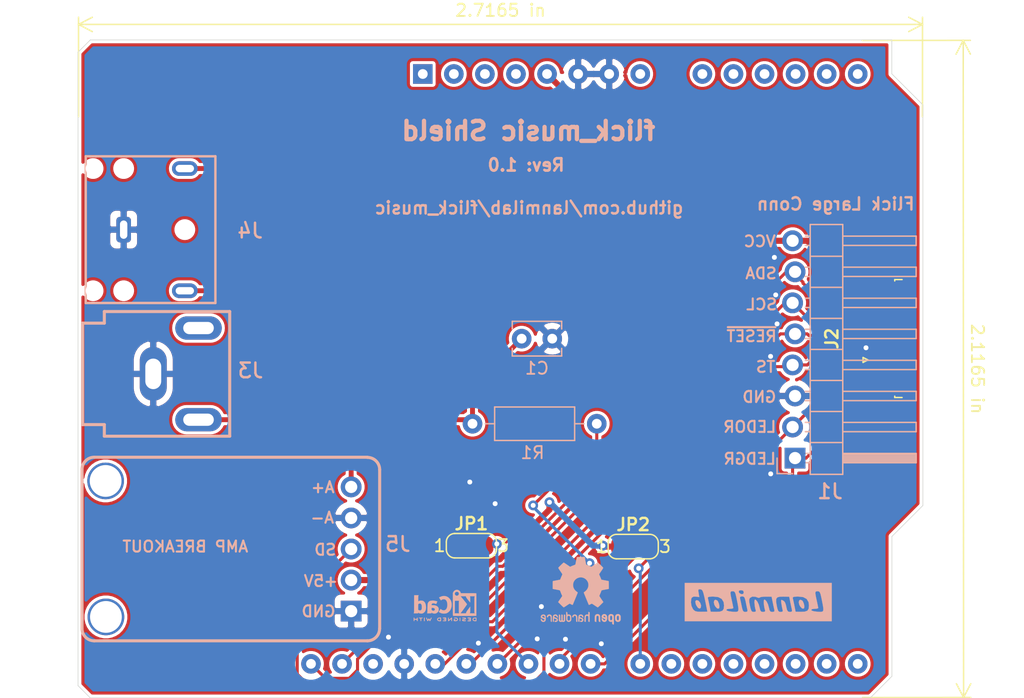
<source format=kicad_pcb>
(kicad_pcb (version 20171130) (host pcbnew "(5.1.5)-3")
  (layers (0 F.Cu signal) (31 B.Cu signal) (34 B.Paste user) (35 F.Paste user) (36 B.SilkS user) (37 F.SilkS user) (38 B.Mask user) (39 F.Mask user) (44 Edge.Cuts user))
  (net 0 "")
  (net 1 "Net-(A1-Pad16)")
  (net 2 "Net-(A1-Pad15)")
  (net 3 "Net-(A1-Pad30)")
  (net 4 "Net-(A1-Pad14)")
  (net 5 GND)
  (net 6 "Net-(A1-Pad13)")
  (net 7 /~RESET)
  (net 8 "Net-(A1-Pad12)")
  (net 9 /TS)
  (net 10 "Net-(A1-Pad11)")
  (net 11 /AO)
  (net 12 "Net-(A1-Pad10)")
  (net 13 /D10)
  (net 14 "Net-(A1-Pad9)")
  (net 15 /LEDGR)
  (net 16 "Net-(A1-Pad8)")
  (net 17 /D7)
  (net 18 "Net-(A1-Pad21)")
  (net 19 +5V)
  (net 20 "Net-(A1-Pad20)")
  (net 21 +3V3)
  (net 22 "Net-(A1-Pad19)")
  (net 23 "Net-(A1-Pad3)")
  (net 24 "Net-(A1-Pad18)")
  (net 25 "Net-(A1-Pad2)")
  (net 26 "Net-(A1-Pad17)")
  (net 27 "Net-(A1-Pad1)")
  (net 28 /SDA)
  (net 29 /SCL)
  (net 30 /OUT)
  (net 31 VCC)
  (net 32 /LEDOR)
  (net 33 /AMPSD)
  (net 34 "Net-(J3-Pad3)")
  (module Footprint:Logo_KiCad (layer B.Cu) (at 89.61 80.59 180)
    (fp_text reference LOGO2 hide)
    (fp_text value KiCad hide)
  )
  (module Symbol:OSHW-Logo2_7.3x6mm_SilkScreen (layer B.Cu) (at 100.66 79.37 180)
    (fp_text reference LOGO3 hide)
    (fp_text value Logo_Open_Hardware_Small hide)
  )
  (module Footprint:LanmiLab (layer B.Cu) (at 115.17 80.26 180)
    (fp_text reference LOGO1 hide)
    (fp_text value LanmiLab hide)
  )
  (module Footprint:FC68131CLIFF (layer B.Cu) (at 63.29 49.83)
    (fp_text reference J4 (at 10.34 0.09 180) (layer B.SilkS) (effects (font (size 1.2 1.2) (thickness 0.2)) (justify mirror)))
    (fp_text value AudioJack3 hide)
    (pad "" np_thru_hole circle (at -2.5 -5 180) (size 1.2 1.2) (drill 1.2) (layers *.Cu *.Mask))
    (pad "" np_thru_hole circle (at -2.5 5 180) (size 1.2 1.2) (drill 1.2) (layers *.Cu *.Mask))
    (pad "" np_thru_hole circle (at 0 -5 180) (size 1.2 1.2) (drill 1.2) (layers *.Cu *.Mask))
    (pad "" np_thru_hole circle (at 0 5 180) (size 1.2 1.2) (drill 1.2) (layers *.Cu *.Mask))
    (pad S thru_hole roundrect (at 0 0 90) (size 2.1 1.2) (drill oval 1.5 0.6) (layers *.Cu *.Mask) (net 5 GND))
    (pad T thru_hole oval (at 5 -5 180) (size 2.1 1.2) (drill oval 1.5 0.6) (layers *.Cu *.Mask) (net 30 /OUT))
    (pad R thru_hole oval (at 5 5 180) (size 2.1 1.2) (drill oval 1.5 0.6) (layers *.Cu *.Mask) (net 30 /OUT))
    (pad "" np_thru_hole circle (at 5 0 180) (size 1.2 1.2) (drill 1.2) (layers *.Cu *.Mask))
  )
  (module Module:Arduino_UNO_R3 (layer F.Cu) (at 87.745001 37.095001)
    (fp_text reference A1 hide)
    (fp_text value Arduino_UNO_R3)
    (pad 16 thru_hole oval (at 33.02 48.26 90) (size 1.6 1.6) (drill 0.8) (layers *.Cu *.Mask) (net 1 "Net-(A1-Pad16)"))
    (pad 15 thru_hole oval (at 35.56 48.26 90) (size 1.6 1.6) (drill 0.8) (layers *.Cu *.Mask) (net 2 "Net-(A1-Pad15)"))
    (pad 30 thru_hole oval (at -4.06 48.26 90) (size 1.6 1.6) (drill 0.8) (layers *.Cu *.Mask) (net 3 "Net-(A1-Pad30)"))
    (pad 14 thru_hole oval (at 35.56 0 90) (size 1.6 1.6) (drill 0.8) (layers *.Cu *.Mask) (net 4 "Net-(A1-Pad14)"))
    (pad 29 thru_hole oval (at -1.52 48.26 90) (size 1.6 1.6) (drill 0.8) (layers *.Cu *.Mask) (net 5 GND))
    (pad 13 thru_hole oval (at 33.02 0 90) (size 1.6 1.6) (drill 0.8) (layers *.Cu *.Mask) (net 6 "Net-(A1-Pad13)"))
    (pad 28 thru_hole oval (at 1.02 48.26 90) (size 1.6 1.6) (drill 0.8) (layers *.Cu *.Mask) (net 7 /~RESET))
    (pad 12 thru_hole oval (at 30.48 0 90) (size 1.6 1.6) (drill 0.8) (layers *.Cu *.Mask) (net 8 "Net-(A1-Pad12)"))
    (pad 27 thru_hole oval (at 3.56 48.26 90) (size 1.6 1.6) (drill 0.8) (layers *.Cu *.Mask) (net 9 /TS))
    (pad 11 thru_hole oval (at 27.94 0 90) (size 1.6 1.6) (drill 0.8) (layers *.Cu *.Mask) (net 10 "Net-(A1-Pad11)"))
    (pad 26 thru_hole oval (at 6.1 48.26 90) (size 1.6 1.6) (drill 0.8) (layers *.Cu *.Mask) (net 11 /AO))
    (pad 10 thru_hole oval (at 25.4 0 90) (size 1.6 1.6) (drill 0.8) (layers *.Cu *.Mask) (net 12 "Net-(A1-Pad10)"))
    (pad 25 thru_hole oval (at 8.64 48.26 90) (size 1.6 1.6) (drill 0.8) (layers *.Cu *.Mask) (net 13 /D10))
    (pad 9 thru_hole oval (at 22.86 0 90) (size 1.6 1.6) (drill 0.8) (layers *.Cu *.Mask) (net 14 "Net-(A1-Pad9)"))
    (pad 24 thru_hole oval (at 11.18 48.26 90) (size 1.6 1.6) (drill 0.8) (layers *.Cu *.Mask) (net 32 /LEDOR))
    (pad 8 thru_hole oval (at 17.78 0 90) (size 1.6 1.6) (drill 0.8) (layers *.Cu *.Mask) (net 16 "Net-(A1-Pad8)"))
    (pad 23 thru_hole oval (at 13.72 48.26 90) (size 1.6 1.6) (drill 0.8) (layers *.Cu *.Mask) (net 15 /LEDGR))
    (pad 7 thru_hole oval (at 15.24 0 90) (size 1.6 1.6) (drill 0.8) (layers *.Cu *.Mask) (net 5 GND))
    (pad 22 thru_hole oval (at 17.78 48.26 90) (size 1.6 1.6) (drill 0.8) (layers *.Cu *.Mask) (net 17 /D7))
    (pad 6 thru_hole oval (at 12.7 0 90) (size 1.6 1.6) (drill 0.8) (layers *.Cu *.Mask) (net 5 GND))
    (pad 21 thru_hole oval (at 20.32 48.26 90) (size 1.6 1.6) (drill 0.8) (layers *.Cu *.Mask) (net 18 "Net-(A1-Pad21)"))
    (pad 5 thru_hole oval (at 10.16 0 90) (size 1.6 1.6) (drill 0.8) (layers *.Cu *.Mask) (net 19 +5V))
    (pad 20 thru_hole oval (at 22.86 48.26 90) (size 1.6 1.6) (drill 0.8) (layers *.Cu *.Mask) (net 20 "Net-(A1-Pad20)"))
    (pad 4 thru_hole oval (at 7.62 0 90) (size 1.6 1.6) (drill 0.8) (layers *.Cu *.Mask) (net 21 +3V3))
    (pad 19 thru_hole oval (at 25.4 48.26 90) (size 1.6 1.6) (drill 0.8) (layers *.Cu *.Mask) (net 22 "Net-(A1-Pad19)"))
    (pad 3 thru_hole oval (at 5.08 0 90) (size 1.6 1.6) (drill 0.8) (layers *.Cu *.Mask) (net 23 "Net-(A1-Pad3)"))
    (pad 18 thru_hole oval (at 27.94 48.26 90) (size 1.6 1.6) (drill 0.8) (layers *.Cu *.Mask) (net 24 "Net-(A1-Pad18)"))
    (pad 2 thru_hole oval (at 2.54 0 90) (size 1.6 1.6) (drill 0.8) (layers *.Cu *.Mask) (net 25 "Net-(A1-Pad2)"))
    (pad 17 thru_hole oval (at 30.48 48.26 90) (size 1.6 1.6) (drill 0.8) (layers *.Cu *.Mask) (net 26 "Net-(A1-Pad17)"))
    (pad 1 thru_hole rect (at 0 0 90) (size 1.6 1.6) (drill 0.8) (layers *.Cu *.Mask) (net 27 "Net-(A1-Pad1)"))
    (pad 31 thru_hole oval (at -6.6 48.26 90) (size 1.6 1.6) (drill 0.8) (layers *.Cu *.Mask) (net 28 /SDA))
    (pad 32 thru_hole oval (at -9.14 48.26 90) (size 1.6 1.6) (drill 0.8) (layers *.Cu *.Mask) (net 29 /SCL))
  )
  (module Connector_PinSocket_2.54mm:PinSocket_1x05_P2.54mm_Vertical (layer B.Cu) (at 81.89 81.04)
    (fp_text reference J5 (at 3.81 -5.48 180) (layer B.SilkS) (effects (font (size 1.2 1.2) (thickness 0.2)) (justify mirror)))
    (fp_text value "AMP BREAKOUT")
    (pad 5 thru_hole oval (at 0 -10.16) (size 1.7 1.7) (drill 1) (layers *.Cu *.Mask) (net 30 /OUT))
    (pad 4 thru_hole oval (at 0 -7.62) (size 1.7 1.7) (drill 1) (layers *.Cu *.Mask) (net 5 GND))
    (pad 3 thru_hole oval (at 0 -5.08) (size 1.7 1.7) (drill 1) (layers *.Cu *.Mask) (net 33 /AMPSD))
    (pad 2 thru_hole oval (at 0 -2.54) (size 1.7 1.7) (drill 1) (layers *.Cu *.Mask) (net 19 +5V))
    (pad 1 thru_hole rect (at 0 0) (size 1.7 1.7) (drill 1) (layers *.Cu *.Mask) (net 5 GND))
    (pad "" thru_hole oval (at -20.05 0.475) (size 3 3) (drill 2.6) (layers *.Cu *.Mask))
    (pad "" thru_hole oval (at -20.075 -10.65) (size 3 3) (drill 2.6) (layers *.Cu *.Mask))
  )
  (module Jumper:SolderJumper-3_P1.3mm_Bridged12_RoundedPad1.0x1.5mm_NumberLabels (layer F.Cu) (at 104.95 75.76)
    (fp_text reference JP2 (at 0 -1.8) (layer F.SilkS) (effects (font (thickness 0.2))))
    (fp_text value Jumper_3_Bridged12)
    (fp_poly (pts (xy -0.9 -0.3) (xy -0.4 -0.3) (xy -0.4 0.3) (xy -0.9 0.3)) (layer F.Cu) (width 0))
    (fp_text user 1 (at -2.6 0) (layer F.SilkS))
    (fp_text user 3 (at 2.6 0) (layer F.SilkS))
    (pad 1 smd custom (at -1.3 0) (size 1 0.5) (layers F.Cu F.Mask) (net 19 +5V) (options (clearance outline) (anchor rect)) (primitives (gr_poly (pts (xy 0.55 -0.75) (xy 0 -0.75) (xy 0 0.75) (xy 0.55 0.75)) (width 0)) (gr_circle (center 0 0.25) (end 0.5 0.25) (width 0)) (gr_circle (center 0 -0.25) (end 0.5 -0.25) (width 0))))
    (pad 2 smd rect (at 0 0) (size 1 1.5) (layers F.Cu F.Mask) (net 33 /AMPSD))
    (pad 3 smd custom (at 1.3 0) (size 1 0.5) (layers F.Cu F.Mask) (net 17 /D7) (options (clearance outline) (anchor rect)) (primitives (gr_circle (center 0 0.25) (end 0.5 0.25) (width 0)) (gr_circle (center 0 -0.25) (end 0.5 -0.25) (width 0)) (gr_poly (pts (xy -0.55 -0.75) (xy 0 -0.75) (xy 0 0.75) (xy -0.55 0.75)) (width 0))))
  )
  (module Jumper:SolderJumper-3_P1.3mm_Bridged12_RoundedPad1.0x1.5mm_NumberLabels (layer F.Cu) (at 91.72 75.69)
    (fp_text reference JP1 (at 0 -1.8) (layer F.SilkS) (effects (font (thickness 0.2))))
    (fp_text value Jumper_3_Bridged12)
    (fp_poly (pts (xy -0.9 -0.3) (xy -0.4 -0.3) (xy -0.4 0.3) (xy -0.9 0.3)) (layer F.Cu) (width 0))
    (fp_text user 1 (at -2.6 0) (layer F.SilkS))
    (fp_text user 3 (at 2.6 0) (layer F.SilkS))
    (pad 1 smd custom (at -1.3 0) (size 1 0.5) (layers F.Cu F.Mask) (net 19 +5V) (options (clearance outline) (anchor rect)) (primitives (gr_poly (pts (xy 0.55 -0.75) (xy 0 -0.75) (xy 0 0.75) (xy 0.55 0.75)) (width 0)) (gr_circle (center 0 0.25) (end 0.5 0.25) (width 0)) (gr_circle (center 0 -0.25) (end 0.5 -0.25) (width 0))))
    (pad 2 smd rect (at 0 0) (size 1 1.5) (layers F.Cu F.Mask) (net 31 VCC))
    (pad 3 smd custom (at 1.3 0) (size 1 0.5) (layers F.Cu F.Mask) (net 13 /D10) (options (clearance outline) (anchor rect)) (primitives (gr_circle (center 0 0.25) (end 0.5 0.25) (width 0)) (gr_circle (center 0 -0.25) (end 0.5 -0.25) (width 0)) (gr_poly (pts (xy -0.55 -0.75) (xy 0 -0.75) (xy 0 0.75) (xy -0.55 0.75)) (width 0))))
  )
  (module Resistor_THT:R_Axial_DIN0207_L6.3mm_D2.5mm_P10.16mm_Horizontal (layer B.Cu) (at 91.81 65.71)
    (fp_text reference R1 (at 4.91 2.37) (layer B.SilkS) (effects (justify mirror)))
    (fp_text value 4.75KOhm)
    (pad 2 thru_hole oval (at 10.16 0) (size 1.6 1.6) (drill 0.8) (layers *.Cu *.Mask) (net 11 /AO))
    (pad 1 thru_hole circle (at 0 0) (size 1.6 1.6) (drill 0.8) (layers *.Cu *.Mask) (net 30 /OUT))
  )
  (module Footprint:PJRAN1X1U01X (layer B.Cu) (at 68.11 61.63)
    (fp_text reference J3 (at 5.55 -0.27) (layer B.SilkS) (effects (font (size 1.2 1.2) (thickness 0.2)) (justify mirror)))
    (fp_text value RCA)
    (pad 3 thru_hole oval (at 1.3 -3.75) (size 3.8 1.9) (drill oval 2.5 1) (layers *.Cu *.Mask) (net 34 "Net-(J3-Pad3)"))
    (pad 2 thru_hole oval (at 1.3 3.75) (size 3.8 1.9) (drill oval 2.5 1) (layers *.Cu *.Mask) (net 30 /OUT))
    (pad 1 thru_hole oval (at -2.4 0) (size 2.2 4.4) (drill oval 1.3 2.5) (layers *.Cu *.Mask) (net 5 GND))
  )
  (module Connector_FFC-FPC:TE_0-1734839-8_1x08-1MP_P0.5mm_Horizontal (layer F.Cu) (at 124.29 58.74 90)
    (fp_text reference J2 (at 0 -3.1 90) (layer F.SilkS) (effects (font (thickness 0.2))))
    (fp_text value Conn_01x08)
    (pad MP smd rect (at 3.42 0.35 90) (size 2.3 3.1) (layers F.Cu F.Paste F.Mask))
    (pad MP smd rect (at -3.42 0.35 90) (size 2.3 3.1) (layers F.Cu F.Paste F.Mask))
    (pad 8 smd rect (at 1.75 -1.35 90) (size 0.3 1.1) (layers F.Cu F.Paste F.Mask) (net 31 VCC))
    (pad 7 smd rect (at 1.25 -1.35 90) (size 0.3 1.1) (layers F.Cu F.Paste F.Mask) (net 28 /SDA))
    (pad 6 smd rect (at 0.75 -1.35 90) (size 0.3 1.1) (layers F.Cu F.Paste F.Mask) (net 29 /SCL))
    (pad 5 smd rect (at 0.25 -1.35 90) (size 0.3 1.1) (layers F.Cu F.Paste F.Mask) (net 7 /~RESET))
    (pad 4 smd rect (at -0.25 -1.35 90) (size 0.3 1.1) (layers F.Cu F.Paste F.Mask) (net 9 /TS))
    (pad 3 smd rect (at -0.75 -1.35 90) (size 0.3 1.1) (layers F.Cu F.Paste F.Mask) (net 5 GND))
    (pad 2 smd rect (at -1.25 -1.35 90) (size 0.3 1.1) (layers F.Cu F.Paste F.Mask) (net 32 /LEDOR))
    (pad 1 smd rect (at -1.75 -1.35 90) (size 0.3 1.1) (layers F.Cu F.Paste F.Mask) (net 15 /LEDGR))
  )
  (module Connector_PinHeader_2.54mm:PinHeader_1x08_P2.54mm_Horizontal (layer B.Cu) (at 117.98 68.52)
    (fp_text reference J1 (at 3.06 2.73) (layer B.SilkS) (effects (font (size 1.2 1.2) (thickness 0.2)) (justify mirror)))
    (fp_text value Conn_01x08)
    (pad 8 thru_hole oval (at 0 -17.78) (size 1.7 1.7) (drill 1) (layers *.Cu *.Mask) (net 31 VCC))
    (pad 7 thru_hole oval (at 0.2 -15.24) (size 1.7 1.7) (drill 1) (layers *.Cu *.Mask) (net 28 /SDA))
    (pad 6 thru_hole oval (at 0 -12.7) (size 1.7 1.7) (drill 1) (layers *.Cu *.Mask) (net 29 /SCL))
    (pad 5 thru_hole oval (at 0.2 -10.16) (size 1.7 1.7) (drill 1) (layers *.Cu *.Mask) (net 7 /~RESET))
    (pad 4 thru_hole oval (at 0 -7.62) (size 1.7 1.7) (drill 1) (layers *.Cu *.Mask) (net 9 /TS))
    (pad 3 thru_hole oval (at 0.2 -5.08) (size 1.7 1.7) (drill 1) (layers *.Cu *.Mask) (net 5 GND))
    (pad 2 thru_hole oval (at 0 -2.54) (size 1.7 1.7) (drill 1) (layers *.Cu *.Mask) (net 32 /LEDOR))
    (pad 1 thru_hole rect (at 0.2 0) (size 1.7 1.7) (drill 1) (layers *.Cu *.Mask) (net 15 /LEDGR))
  )
  (module Capacitor_THT:C_Disc_D3.8mm_W2.6mm_P2.50mm (layer B.Cu) (at 95.83 58.75)
    (fp_text reference C1 (at 1.25 2.42 180) (layer B.SilkS) (effects (justify mirror)))
    (fp_text value 10nF)
    (pad 2 thru_hole circle (at 2.5 0) (size 1.6 1.6) (drill 0.8) (layers *.Cu *.Mask) (net 5 GND))
    (pad 1 thru_hole circle (at 0 0) (size 1.6 1.6) (drill 0.8) (layers *.Cu *.Mask) (net 30 /OUT))
  )
  (dimension 53.760008 (width 0.12) (layer F.SilkS) (gr_text "53.760 mm" (at 133.214662 61.224682 -89.96802691) (layer F.SilkS) (effects (font (size 1 1) (thickness 0.15)))) (feature1 (pts (xy 123.67 34.35) (xy 132.516082 34.345064))) (feature2 (pts (xy 123.7 88.11) (xy 132.546082 88.105064))) (crossbar (pts (xy 131.959662 88.105391) (xy 131.929662 34.345391))) (arrow1a (pts (xy 131.929662 34.345391) (xy 132.516711 35.471567))) (arrow1b (pts (xy 131.929662 34.345391) (xy 131.34387 35.472222))) (arrow2a (pts (xy 131.959662 88.105391) (xy 132.545454 86.97856))) (arrow2b (pts (xy 131.959662 88.105391) (xy 131.372613 86.979215))))
  (dimension 69 (width 0.12) (layer F.SilkS) (gr_text "69.000 mm" (at 94.1 31.77) (layer F.SilkS) (effects (font (size 1 1) (thickness 0.15)))) (feature1 (pts (xy 59.6 40.59) (xy 59.6 32.453579))) (feature2 (pts (xy 128.6 40.59) (xy 128.6 32.453579))) (crossbar (pts (xy 128.6 33.04) (xy 59.6 33.04))) (arrow1a (pts (xy 59.6 33.04) (xy 60.726504 32.453579))) (arrow1b (pts (xy 59.6 33.04) (xy 60.726504 33.626421))) (arrow2a (pts (xy 128.6 33.04) (xy 127.473496 32.453579))) (arrow2b (pts (xy 128.6 33.04) (xy 127.473496 33.626421))))
  (gr_text "Rev: 1.0" (at 96.19 44.54) (layer B.SilkS) (effects (font (size 1 1) (thickness 0.22)) (justify mirror)))
  (gr_text github.com/lanmilab/flick_music (at 96.43 48.05) (layer B.SilkS) (effects (font (size 1 1) (thickness 0.2)) (justify mirror)))
  (gr_text "Flick Large Conn" (at 121.5 47.73) (layer B.SilkS) (effects (font (size 1 1) (thickness 0.2)) (justify mirror)))
  (gr_text "flick_music Shield" (at 96.38 41.75) (layer B.SilkS) (effects (font (size 1.5 1.5) (thickness 0.35)) (justify mirror)))
  (gr_text "AMP BREAKOUT" (at 68.33 75.76) (layer B.SilkS) (effects (font (size 0.9 0.9) (thickness 0.17)) (justify mirror)))
  (gr_text VCC (at 115.29 50.79) (layer B.SilkS) (effects (font (size 0.9 0.9) (thickness 0.17)) (justify mirror)))
  (gr_text SDA (at 115.4 53.41) (layer B.SilkS) (effects (font (size 0.9 0.9) (thickness 0.17)) (justify mirror)))
  (gr_text SCL (at 115.45 55.95) (layer B.SilkS) (effects (font (size 0.9 0.9) (thickness 0.17)) (justify mirror)))
  (gr_text ~RESET (at 114.63 58.55) (layer B.SilkS) (effects (font (size 0.9 0.9) (thickness 0.17)) (justify mirror)))
  (gr_text TS (at 115.77 61.06) (layer B.SilkS) (effects (font (size 0.9 0.9) (thickness 0.17)) (justify mirror)))
  (gr_text GND (at 115.26 63.52) (layer B.SilkS) (effects (font (size 0.9 0.9) (thickness 0.17)) (justify mirror)))
  (gr_text LEDOR (at 114.48 65.97) (layer B.SilkS) (effects (font (size 0.9 0.9) (thickness 0.17)) (justify mirror)))
  (gr_text LEDGR (at 114.48 68.58) (layer B.SilkS) (effects (font (size 0.9 0.9) (thickness 0.17)) (justify mirror)))
  (gr_text A+ (at 79.57 70.91) (layer B.SilkS) (effects (font (size 0.9 0.9) (thickness 0.17)) (justify mirror)))
  (gr_text A- (at 79.53 73.4) (layer B.SilkS) (effects (font (size 0.9 0.9) (thickness 0.17)) (justify mirror)))
  (gr_text SD (at 79.77 76.02) (layer B.SilkS) (effects (font (size 0.9 0.9) (thickness 0.17)) (justify mirror)))
  (gr_text +5V (at 79.41 78.58) (layer B.SilkS) (effects (font (size 0.9 0.9) (thickness 0.17)) (justify mirror)))
  (gr_text GND (at 79.22 81.06) (layer B.SilkS) (effects (font (size 0.9 0.9) (thickness 0.17)) (justify mirror)))
  (gr_line (start 60.56 88.14) (end 59.56 87.14) (layer Edge.Cuts) (width 0.05))
  (gr_line (start 59.56 35.31) (end 60.56 34.31) (layer Edge.Cuts) (width 0.05))
  (gr_line (start 59.56 87.14) (end 59.56 35.31) (layer Edge.Cuts) (width 0.05))
  (gr_line (start 124.33 88.14) (end 60.56 88.14) (layer Edge.Cuts) (width 0.05))
  (gr_line (start 126.1 86.37) (end 124.33 88.14) (layer Edge.Cuts) (width 0.05))
  (gr_line (start 126.1 74.93) (end 126.1 86.37) (layer Edge.Cuts) (width 0.05))
  (gr_line (start 128.63 72.4) (end 126.1 74.93) (layer Edge.Cuts) (width 0.05))
  (gr_line (start 128.63 39.62) (end 128.63 72.4) (layer Edge.Cuts) (width 0.05))
  (gr_line (start 126.09 37.08) (end 128.63 39.62) (layer Edge.Cuts) (width 0.05))
  (gr_line (start 126.09 34.31) (end 126.09 37.08) (layer Edge.Cuts) (width 0.05))
  (gr_line (start 60.56 34.31) (end 126.09 34.31) (layer Edge.Cuts) (width 0.05))
  (via (at 99.41 83.34) (size 0.8) (drill 0.4) (layers F.Cu B.Cu) (net 5))
  (via (at 97.1 83.31) (size 0.8) (drill 0.4) (layers F.Cu B.Cu) (net 5))
  (via (at 97.44 80.67) (size 0.8) (drill 0.4) (layers F.Cu B.Cu) (net 5))
  (via (at 92.29 83.66) (size 0.8) (drill 0.4) (layers F.Cu B.Cu) (net 5))
  (via (at 116.18 60.2) (size 0.8) (drill 0.4) (layers F.Cu B.Cu) (net 5))
  (via (at 116.71 57.54) (size 0.8) (drill 0.4) (layers F.Cu B.Cu) (net 5))
  (via (at 84.94 83.17) (size 0.8) (drill 0.4) (layers F.Cu B.Cu) (net 5))
  (via (at 116.6 55.17) (size 0.8) (drill 0.4) (layers F.Cu B.Cu) (net 5))
  (via (at 102.34 83.71) (size 0.8) (drill 0.4) (layers F.Cu B.Cu) (net 5))
  (via (at 116.19 69.81) (size 0.8) (drill 0.4) (layers F.Cu B.Cu) (net 5))
  (via (at 116.49 52.1) (size 0.8) (drill 0.4) (layers F.Cu B.Cu) (net 5))
  (via (at 93.66 72.25) (size 0.8) (drill 0.4) (layers F.Cu B.Cu) (net 5))
  (via (at 91.59 70.48) (size 0.8) (drill 0.4) (layers F.Cu B.Cu) (net 5))
  (via (at 123.981307 59.495587) (size 0.8) (drill 0.4) (layers F.Cu B.Cu) (net 5))
  (segment (start 122.94 59.49) (end 123.97572 59.49) (width 0.25) (layer F.Cu) (net 5))
  (segment (start 123.97572 59.49) (end 123.981307 59.495587) (width 0.25) (layer F.Cu) (net 5))
  (segment (start 122.14 58.49) (end 122.94 58.49) (width 0.25) (layer F.Cu) (net 7))
  (segment (start 119.312081 58.49) (end 122.14 58.49) (width 0.25) (layer F.Cu) (net 7))
  (segment (start 119.182081 58.36) (end 119.312081 58.49) (width 0.25) (layer F.Cu) (net 7))
  (segment (start 117.98 58.36) (end 119.182081 58.36) (width 0.25) (layer F.Cu) (net 7))
  (segment (start 92.98 81.91) (end 89.534999 85.355001) (width 0.25) (layer F.Cu) (net 7))
  (segment (start 93.435 81.91) (end 92.98 81.91) (width 0.25) (layer F.Cu) (net 7))
  (segment (start 89.534999 85.355001) (end 88.765001 85.355001) (width 0.25) (layer F.Cu) (net 7))
  (segment (start 117.98 58.36) (end 116.985 58.36) (width 0.25) (layer F.Cu) (net 7))
  (segment (start 116.985 58.36) (end 93.435 81.91) (width 0.25) (layer F.Cu) (net 7))
  (segment (start 119.182081 60.9) (end 121.092081 58.99) (width 0.25) (layer F.Cu) (net 9))
  (segment (start 117.98 60.9) (end 119.182081 60.9) (width 0.25) (layer F.Cu) (net 9))
  (segment (start 121.092081 58.99) (end 122.14 58.99) (width 0.25) (layer F.Cu) (net 9))
  (segment (start 122.14 58.99) (end 122.94 58.99) (width 0.25) (layer F.Cu) (net 9))
  (segment (start 91.654999 85.355001) (end 91.305001 85.355001) (width 0.25) (layer F.Cu) (net 9))
  (segment (start 115.97 61.04) (end 91.654999 85.355001) (width 0.25) (layer F.Cu) (net 9))
  (segment (start 117.98 60.9) (end 117.84 61.04) (width 0.25) (layer F.Cu) (net 9))
  (segment (start 117.84 61.04) (end 115.97 61.04) (width 0.25) (layer F.Cu) (net 9))
  (via (at 101.38 77.12) (size 0.8) (drill 0.4) (layers F.Cu B.Cu) (net 11))
  (via (at 96.77 72.39) (size 0.8) (drill 0.4) (layers F.Cu B.Cu) (net 11))
  (segment (start 101.97 67.19) (end 97.169999 71.990001) (width 0.25) (layer F.Cu) (net 11))
  (segment (start 96.77 72.51) (end 96.77 72.39) (width 0.25) (layer B.Cu) (net 11))
  (segment (start 97.169999 71.990001) (end 96.77 72.39) (width 0.25) (layer F.Cu) (net 11))
  (segment (start 101.97 65.71) (end 101.97 67.19) (width 0.25) (layer F.Cu) (net 11))
  (segment (start 101.38 77.12) (end 96.77 72.51) (width 0.25) (layer B.Cu) (net 11))
  (segment (start 101.38 77.86) (end 101.38 77.12) (width 0.25) (layer F.Cu) (net 11))
  (segment (start 93.845001 85.355001) (end 93.884999 85.355001) (width 0.25) (layer F.Cu) (net 11))
  (segment (start 93.884999 85.355001) (end 101.38 77.86) (width 0.25) (layer F.Cu) (net 11))
  (segment (start 96.385001 85.355001) (end 93.8 82.77) (width 0.25) (layer B.Cu) (net 13))
  (via (at 93.8 75.54) (size 0.8) (drill 0.4) (layers F.Cu B.Cu) (net 13))
  (segment (start 93.65 75.69) (end 93.8 75.54) (width 0.25) (layer F.Cu) (net 13))
  (segment (start 93.8 82.77) (end 93.8 75.54) (width 0.25) (layer B.Cu) (net 13))
  (segment (start 93.02 75.69) (end 93.65 75.69) (width 0.25) (layer F.Cu) (net 13))
  (segment (start 102.604999 85.355001) (end 101.465001 85.355001) (width 0.25) (layer F.Cu) (net 15))
  (segment (start 117.98 68.52) (end 117.98 69.98) (width 0.25) (layer F.Cu) (net 15))
  (segment (start 117.98 69.98) (end 102.604999 85.355001) (width 0.25) (layer F.Cu) (net 15))
  (segment (start 122.01 60.49) (end 122.94 60.49) (width 0.25) (layer F.Cu) (net 15))
  (segment (start 120.95 61.55) (end 122.01 60.49) (width 0.25) (layer F.Cu) (net 15))
  (segment (start 120.95 66.65) (end 120.95 61.55) (width 0.25) (layer F.Cu) (net 15))
  (segment (start 117.98 68.52) (end 119.08 68.52) (width 0.25) (layer F.Cu) (net 15))
  (segment (start 119.08 68.52) (end 120.95 66.65) (width 0.25) (layer F.Cu) (net 15))
  (via (at 105.397347 77.537347) (size 0.8) (drill 0.4) (layers F.Cu B.Cu) (net 17))
  (segment (start 105.525001 85.355001) (end 105.525001 77.665001) (width 0.25) (layer B.Cu) (net 17))
  (segment (start 105.525001 77.665001) (end 105.397347 77.537347) (width 0.25) (layer B.Cu) (net 17))
  (segment (start 106.25 76.684694) (end 106.25 75.76) (width 0.25) (layer F.Cu) (net 17))
  (segment (start 105.397347 77.537347) (end 106.25 76.684694) (width 0.25) (layer F.Cu) (net 17))
  (segment (start 88.83 75.69) (end 90.42 75.69) (width 0.5) (layer F.Cu) (net 19))
  (segment (start 81.89 78.5) (end 86.02 78.5) (width 0.5) (layer F.Cu) (net 19))
  (segment (start 86.02 78.5) (end 88.83 75.69) (width 0.5) (layer F.Cu) (net 19))
  (segment (start 97.905001 37.095001) (end 100.16 39.35) (width 0.5) (layer F.Cu) (net 19))
  (segment (start 100.16 39.35) (end 100.16 60.09) (width 0.5) (layer F.Cu) (net 19))
  (segment (start 90.42 69.83) (end 90.42 75.69) (width 0.5) (layer F.Cu) (net 19))
  (segment (start 100.16 60.09) (end 90.42 69.83) (width 0.5) (layer F.Cu) (net 19))
  (via (at 102.472653 75.682653) (size 0.8) (drill 0.4) (layers F.Cu B.Cu) (net 19))
  (segment (start 103.65 75.76) (end 102.55 75.76) (width 0.5) (layer F.Cu) (net 19))
  (segment (start 102.55 75.76) (end 102.472653 75.682653) (width 0.5) (layer F.Cu) (net 19))
  (via (at 98.102347 72.132347) (size 0.8) (drill 0.4) (layers F.Cu B.Cu) (net 19))
  (segment (start 102.472653 75.682653) (end 101.652653 75.682653) (width 0.5) (layer B.Cu) (net 19))
  (segment (start 101.652653 75.682653) (end 98.102347 72.132347) (width 0.5) (layer B.Cu) (net 19))
  (segment (start 98.102347 72.132347) (end 98.102347 72.735657) (width 0.5) (layer F.Cu) (net 19))
  (segment (start 98.102347 72.735657) (end 94.038002 76.800002) (width 0.5) (layer F.Cu) (net 19))
  (segment (start 93.646812 76.800002) (end 93.633407 76.813407) (width 0.5) (layer F.Cu) (net 19))
  (segment (start 94.038002 76.800002) (end 93.646812 76.800002) (width 0.5) (layer F.Cu) (net 19))
  (segment (start 93.500112 76.800002) (end 92.810114 77.49) (width 0.5) (layer F.Cu) (net 19))
  (segment (start 93.646812 76.800002) (end 93.500112 76.800002) (width 0.5) (layer F.Cu) (net 19))
  (segment (start 90.42 76.437592) (end 90.42 75.69) (width 0.5) (layer F.Cu) (net 19))
  (segment (start 91.472408 77.49) (end 90.42 76.437592) (width 0.5) (layer F.Cu) (net 19))
  (segment (start 92.810114 77.49) (end 91.472408 77.49) (width 0.5) (layer F.Cu) (net 19))
  (segment (start 122.14 57.49) (end 122.94 57.49) (width 0.25) (layer F.Cu) (net 28))
  (segment (start 122.106814 57.49) (end 122.14 57.49) (width 0.25) (layer F.Cu) (net 28))
  (segment (start 118.829999 54.213185) (end 122.106814 57.49) (width 0.25) (layer F.Cu) (net 28))
  (segment (start 118.829999 54.129999) (end 118.829999 54.213185) (width 0.25) (layer F.Cu) (net 28))
  (segment (start 117.98 53.28) (end 118.829999 54.129999) (width 0.25) (layer F.Cu) (net 28))
  (segment (start 84.060002 82.44) (end 81.945 84.555002) (width 0.25) (layer F.Cu) (net 28))
  (segment (start 81.945 84.555002) (end 81.145001 85.355001) (width 0.25) (layer F.Cu) (net 28))
  (segment (start 115.874999 54.821999) (end 115.874999 54.875001) (width 0.25) (layer F.Cu) (net 28))
  (segment (start 116.251999 54.444999) (end 115.874999 54.821999) (width 0.25) (layer F.Cu) (net 28))
  (segment (start 115.874999 54.875001) (end 115.02 55.73) (width 0.25) (layer F.Cu) (net 28))
  (segment (start 117.98 53.28) (end 117.47 53.28) (width 0.25) (layer F.Cu) (net 28))
  (segment (start 115.02 55.73) (end 115.02 56.631192) (width 0.25) (layer F.Cu) (net 28))
  (segment (start 117.47 53.28) (end 116.305001 54.444999) (width 0.25) (layer F.Cu) (net 28))
  (segment (start 115.02 56.631192) (end 94.276179 77.375013) (width 0.25) (layer F.Cu) (net 28))
  (segment (start 94.276179 77.375013) (end 93.884989 77.375013) (width 0.25) (layer F.Cu) (net 28))
  (segment (start 93.884989 77.375013) (end 88.820002 82.44) (width 0.25) (layer F.Cu) (net 28))
  (segment (start 116.305001 54.444999) (end 116.251999 54.444999) (width 0.25) (layer F.Cu) (net 28))
  (segment (start 88.820002 82.44) (end 84.060002 82.44) (width 0.25) (layer F.Cu) (net 28))
  (segment (start 120.15 57.99) (end 122.94 57.99) (width 0.25) (layer F.Cu) (net 29))
  (segment (start 117.98 55.82) (end 120.15 57.99) (width 0.25) (layer F.Cu) (net 29))
  (segment (start 79.405 86.155) (end 78.605001 85.355001) (width 0.25) (layer F.Cu) (net 29))
  (segment (start 79.79 86.54) (end 79.405 86.155) (width 0.25) (layer F.Cu) (net 29))
  (segment (start 117.355 55.82) (end 89.275 83.9) (width 0.25) (layer F.Cu) (net 29))
  (segment (start 82.41 84.965) (end 82.41 85.86) (width 0.25) (layer F.Cu) (net 29))
  (segment (start 82.41 85.86) (end 81.73 86.54) (width 0.25) (layer F.Cu) (net 29))
  (segment (start 89.275 83.9) (end 83.475 83.9) (width 0.25) (layer F.Cu) (net 29))
  (segment (start 81.73 86.54) (end 79.79 86.54) (width 0.25) (layer F.Cu) (net 29))
  (segment (start 117.98 55.82) (end 117.355 55.82) (width 0.25) (layer F.Cu) (net 29))
  (segment (start 83.475 83.9) (end 82.41 84.965) (width 0.25) (layer F.Cu) (net 29))
  (segment (start 91.81 62.77) (end 95.83 58.75) (width 0.4) (layer F.Cu) (net 30))
  (segment (start 91.81 65.71) (end 91.81 62.77) (width 0.4) (layer F.Cu) (net 30))
  (segment (start 76.25 65.38) (end 76.39 65.38) (width 0.25) (layer F.Cu) (net 30))
  (segment (start 69.41 65.38) (end 76.25 65.38) (width 0.25) (layer F.Cu) (net 30))
  (segment (start 91.48 65.38) (end 91.81 65.71) (width 0.25) (layer F.Cu) (net 30))
  (segment (start 69.41 65.38) (end 91.48 65.38) (width 0.4) (layer F.Cu) (net 30))
  (segment (start 68.29 54.83) (end 74.7 54.83) (width 0.4) (layer F.Cu) (net 30))
  (segment (start 81.89 65.45) (end 81.96 65.38) (width 0.4) (layer F.Cu) (net 30))
  (segment (start 81.89 70.88) (end 81.89 65.45) (width 0.4) (layer F.Cu) (net 30))
  (segment (start 74.7 65.33) (end 74.75 65.38) (width 0.4) (layer F.Cu) (net 30))
  (segment (start 74.7 47.59) (end 74.7 65.33) (width 0.4) (layer F.Cu) (net 30))
  (segment (start 68.29 44.83) (end 71.94 44.83) (width 0.4) (layer F.Cu) (net 30))
  (segment (start 71.94 44.83) (end 74.7 47.59) (width 0.4) (layer F.Cu) (net 30))
  (segment (start 91.72 75.69) (end 91.72 72.09) (width 0.5) (layer F.Cu) (net 31))
  (segment (start 113.07 50.74) (end 117.98 50.74) (width 0.5) (layer F.Cu) (net 31))
  (segment (start 91.72 72.09) (end 113.07 50.74) (width 0.5) (layer F.Cu) (net 31))
  (segment (start 120.74 55.31) (end 122.26 56.83) (width 0.5) (layer F.Cu) (net 31))
  (segment (start 120.74 52.297919) (end 120.74 55.31) (width 0.5) (layer F.Cu) (net 31))
  (segment (start 122.26 56.83) (end 122.5 56.83) (width 0.5) (layer F.Cu) (net 31))
  (segment (start 117.98 50.74) (end 119.182081 50.74) (width 0.5) (layer F.Cu) (net 31))
  (segment (start 119.182081 50.74) (end 120.74 52.297919) (width 0.5) (layer F.Cu) (net 31))
  (segment (start 98.925001 85.034999) (end 98.925001 85.355001) (width 0.25) (layer F.Cu) (net 32))
  (segment (start 117.98 65.98) (end 98.925001 85.034999) (width 0.25) (layer F.Cu) (net 32))
  (segment (start 118.829999 65.130001) (end 117.98 65.98) (width 0.25) (layer F.Cu) (net 32))
  (segment (start 120.28 63.68) (end 118.829999 65.130001) (width 0.25) (layer F.Cu) (net 32))
  (segment (start 122.94 59.99) (end 121.67 59.99) (width 0.25) (layer F.Cu) (net 32))
  (segment (start 120.28 61.38) (end 120.28 63.68) (width 0.25) (layer F.Cu) (net 32))
  (segment (start 121.67 59.99) (end 120.28 61.38) (width 0.25) (layer F.Cu) (net 32))
  (segment (start 81.040001 76.809999) (end 81.89 75.96) (width 0.25) (layer F.Cu) (net 33))
  (segment (start 77.48 80.37) (end 81.040001 76.809999) (width 0.25) (layer F.Cu) (net 33))
  (segment (start 77.48 86.19) (end 77.48 80.37) (width 0.25) (layer F.Cu) (net 33))
  (segment (start 78.28001 86.99001) (end 77.48 86.19) (width 0.25) (layer F.Cu) (net 33))
  (segment (start 104.95 76.76) (end 97.65 84.06) (width 0.25) (layer F.Cu) (net 33))
  (segment (start 104.95 75.76) (end 104.95 76.76) (width 0.25) (layer F.Cu) (net 33))
  (segment (start 96.70999 86.99001) (end 78.28001 86.99001) (width 0.25) (layer F.Cu) (net 33))
  (segment (start 97.65 84.06) (end 97.65 86.05) (width 0.25) (layer F.Cu) (net 33))
  (segment (start 97.65 86.05) (end 96.70999 86.99001) (width 0.25) (layer F.Cu) (net 33))
  (zone (net 5) (net_name GND) (layer B.Cu) (connect_pads (clearance 0.5)) (min_thickness 0.25) (fill yes (arc_segments 32) (thermal_gap 0.5) (thermal_bridge_width 0.5) (smoothing fillet))
    (polygon (pts (xy 126.09 37.07) (xy 128.65 39.63) (xy 128.65 72.39) (xy 126.1 74.94) (xy 126.1 86.34) (xy 124.32 88.12) (xy 59.57 88.12) (xy 59.57 34.31) (xy 126.09 34.31)))
  )
  (zone (net 5) (net_name GND) (layer F.Cu) (connect_pads (clearance 0.25)) (min_thickness 0.25) (fill yes (arc_segments 32) (thermal_gap 0.5) (thermal_bridge_width 0.5) (smoothing fillet))
    (polygon (pts (xy 126.09 37.07) (xy 128.65 39.63) (xy 128.65 72.38) (xy 126.09 74.94) (xy 126.09 86.35) (xy 124.3 88.14) (xy 59.56 88.14) (xy 59.56 34.31) (xy 126.09 34.31)))
  )
)
</source>
